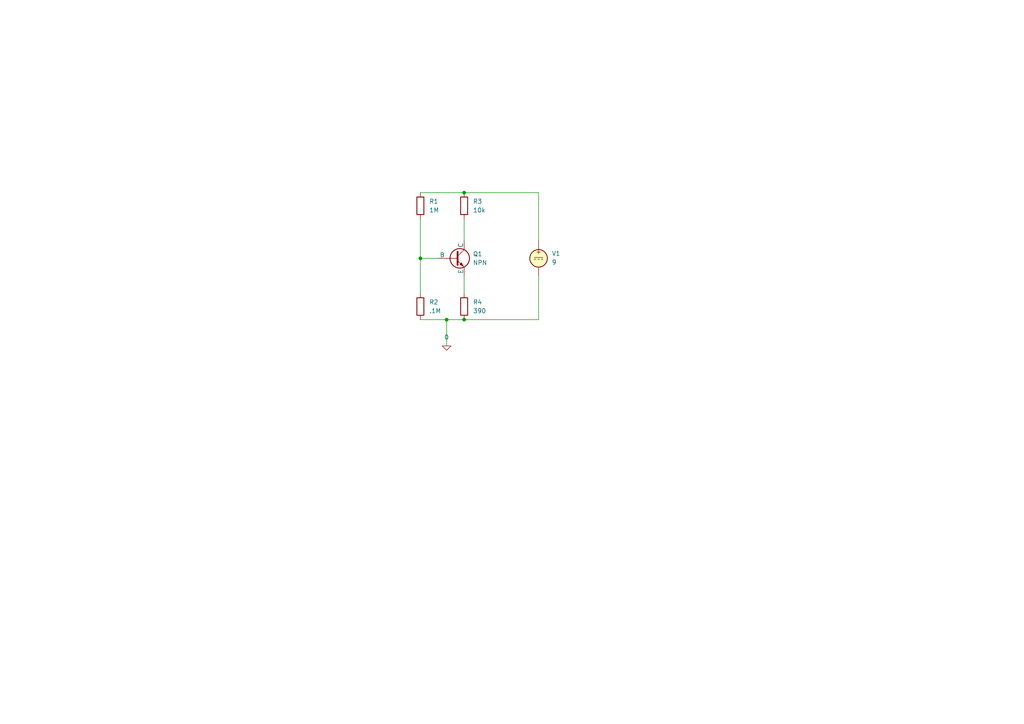
<source format=kicad_sch>
(kicad_sch (version 20250114) (generator "eeschema") (generator_version "9.0")
  (paper "A4")
  (lib_symbols
    (symbol "Device:R" (pin_numbers (hide yes)) (pin_names (offset 0))
      (property "Reference" "R" (at 2.032 0 90))
      (property "Value" "R" (at 0 0 90))
      (symbol "R_0_1"
        (rectangle (start -1.016 -2.54) (end 1.016 2.54) (stroke (width 0.254)))
      )
      (symbol "R_1_1"
        (pin passive line (at 0 3.81 270) (length 1.27) (name "~") (number "1"))
        (pin passive line (at 0 -3.81 90) (length 1.27) (name "~") (number "2"))
      )
    )
    (symbol "Simulation_SPICE:0" (power) (pin_numbers (hide yes)) (pin_names (offset 0) (hide yes))
      (property "Value" "0" (at 0 -2.54 0))
      (symbol "0_0_1"
        (polyline (pts (xy -1.27 0) (xy 0 -1.27) (xy 1.27 0) (xy -1.27 0)))
      )
      (symbol "0_1_1"
        (pin power_in line (at 0 0 0) (length 0) (name "~") (number "1"))
      )
    )
    (symbol "Simulation_SPICE:NPN" (pin_numbers (hide yes)) (pin_names (offset 0))
      (property "Reference" "Q" (at -2.54 7.62 0))
      (property "Value" "NPN" (at -2.54 5.08 0))
      (symbol "NPN_0_1"
        (polyline (pts (xy -2.54 0) (xy 0.635 0)) (stroke (width 0.1524)))
        (polyline (pts (xy 0.635 1.905) (xy 0.635 -1.905) (xy 0.635 -1.905)) (stroke (width 0.508)))
        (polyline (pts (xy 0.635 0.635) (xy 2.54 2.54)))
        (polyline (pts (xy 0.635 -0.635) (xy 2.54 -2.54) (xy 2.54 -2.54)))
        (circle (center 1.27 0) (radius 2.8194) (stroke (width 0.254)))
        (polyline (pts (xy 1.27 -1.778) (xy 1.778 -1.27) (xy 2.286 -2.286) (xy 1.27 -1.778) (xy 1.27 -1.778)) (fill (type outline)))
        (polyline (pts (xy 2.794 -1.27) (xy 2.794 -1.27)) (stroke (width 0.1524)))
        (polyline (pts (xy 2.794 -1.27) (xy 2.794 -1.27)) (stroke (width 0.1524)))
      )
      (symbol "NPN_1_1"
        (pin input line (at -5.08 0 0) (length 2.54) (name "B") (number "2"))
        (pin open_collector line (at 2.54 5.08 270) (length 2.54) (name "C") (number "1"))
        (pin open_emitter line (at 2.54 -5.08 90) (length 2.54) (name "E") (number "3"))
      )
    )
    (symbol "Simulation_SPICE:VDC" (pin_numbers (hide yes)) (pin_names (offset 0.0254))
      (property "Reference" "V" (at 2.54 2.54 0))
      (property "Value" "1" (at 2.54 0 0))
      (symbol "VDC_0_0"
        (polyline (pts (xy -1.27 0.254) (xy 1.27 0.254)))
        (polyline (pts (xy -0.762 -0.254) (xy -1.27 -0.254)))
        (polyline (pts (xy 0.254 -0.254) (xy -0.254 -0.254)))
        (polyline (pts (xy 1.27 -0.254) (xy 0.762 -0.254)))
        (text "+" (at 0 1.905 0) (effects (font (size 1.27 1.27))))
      )
      (symbol "VDC_0_1"
        (circle (center 0 0) (radius 2.54) (stroke (width 0.254)) (fill (type background)))
      )
      (symbol "VDC_1_1"
        (pin passive line (at 0 5.08 270) (length 2.54) (name "~") (number "1"))
        (pin passive line (at 0 -5.08 90) (length 2.54) (name "~") (number "2"))
      )
    )
  )
  (junction (at 121.92 74.93))
  (junction (at 134.62 92.71))
  (junction (at 129.54 92.71))
  (junction (at 134.62 55.88))
  (wire (pts (xy 134.62 55.88) (xy 156.21 55.88)))
  (wire (pts (xy 121.92 74.93) (xy 121.92 85.09)))
  (wire (pts (xy 121.92 63.5) (xy 121.92 74.93)))
  (wire (pts (xy 121.92 92.71) (xy 129.54 92.71)))
  (wire (pts (xy 121.92 55.88) (xy 134.62 55.88)))
  (wire (pts (xy 156.21 80.01) (xy 156.21 92.71)))
  (wire (pts (xy 134.62 92.71) (xy 156.21 92.71)))
  (wire (pts (xy 156.21 55.88) (xy 156.21 69.85)))
  (wire (pts (xy 129.54 92.71) (xy 134.62 92.71)))
  (wire (pts (xy 134.62 63.5) (xy 134.62 69.85)))
  (wire (pts (xy 134.62 80.01) (xy 134.62 85.09)))
  (wire (pts (xy 129.54 92.71) (xy 129.54 100.33)))
  (wire (pts (xy 121.92 74.93) (xy 127 74.93)))
  (symbol (lib_id "Device:R") (at 134.62 88.9 0) (unit 1)
    (property "Reference" "R4" (at 137.16 87.6299 0) (effects (justify left)))
    (property "Value" "390" (at 137.16 90.1699 0) (effects (justify left)))
    (property "Description" "Resistor" (effects (hide yes)))
  )
  (symbol (lib_id "Device:R") (at 121.92 59.69 0) (unit 1)
    (property "Reference" "R1" (at 124.46 58.4199 0) (effects (justify left)))
    (property "Value" "1M" (at 124.46 60.9599 0) (effects (justify left)))
    (property "Description" "Resistor" (effects (hide yes)))
  )
  (symbol (lib_id "Simulation_SPICE:NPN") (at 132.08 74.93 0) (unit 1)
    (property "Reference" "Q1" (at 137.16 73.6599 0) (effects (justify left)))
    (property "Value" "NPN" (at 137.16 76.1999 0) (effects (justify left)))
    (property "Datasheet" "https://ngspice.sourceforge.io/docs/ngspice-html-manual/manual.xhtml#cha_BJTs" (effects (hide yes)))
    (property "Description" "Bipolar transistor symbol for simulation only, substrate tied to the emitter" (effects (hide yes)))
    (property "Sim.Library" "/home/flower/Documents/ki/Experiments/Transistors/Custom Amp/2n5088.lib" (effects (hide yes)))
    (property "Sim.Name" "2N5088" (effects (hide yes)))
    (property "Sim.Device" "NPN" (effects (hide yes)))
    (property "Sim.Type" "GUMMELPOON" (effects (hide yes)))
    (property "Sim.Pins" "1=C 2=B 3=E" (effects (hide yes)))
  )
  (symbol (lib_id "Device:R") (at 121.92 88.9 0) (unit 1)
    (property "Reference" "R2" (at 124.46 87.6299 0) (effects (justify left)))
    (property "Value" ".1M" (at 124.46 90.1699 0) (effects (justify left)))
    (property "Description" "Resistor" (effects (hide yes)))
  )
  (symbol (lib_id "Simulation_SPICE:VDC") (at 156.21 74.93 0) (unit 1)
    (property "Reference" "V1" (at 160.02 73.5301 0) (effects (justify left)))
    (property "Value" "9" (at 160.02 76.0701 0) (effects (justify left)))
    (property "Datasheet" "https://ngspice.sourceforge.io/docs/ngspice-html-manual/manual.xhtml#sec_Independent_Sources_for" (effects (hide yes)))
    (property "Description" "Voltage source, DC" (effects (hide yes)))
    (property "Sim.Pins" "1=+ 2=-" (effects (hide yes)))
    (property "Sim.Type" "DC" (effects (hide yes)))
    (property "Sim.Device" "V" (effects (hide yes)))
  )
  (symbol (lib_id "Simulation_SPICE:0") (at 129.54 100.33 0) (unit 1)
    (property "Reference" "#GND01" (effects (hide yes)))
    (property "Value" "0" (at 129.54 97.79 0))
    (property "Datasheet" "https://ngspice.sourceforge.io/docs/ngspice-html-manual/manual.xhtml#subsec_Circuit_elements__device" (effects (hide yes)))
    (property "Description" "0V reference potential for simulation" (effects (hide yes)))
  )
  (symbol (lib_id "Device:R") (at 134.62 59.69 0) (unit 1)
    (property "Reference" "R3" (at 137.16 58.4199 0) (effects (justify left)))
    (property "Value" "10k" (at 137.16 60.9599 0) (effects (justify left)))
    (property "Description" "Resistor" (effects (hide yes)))
  )
)
</source>
